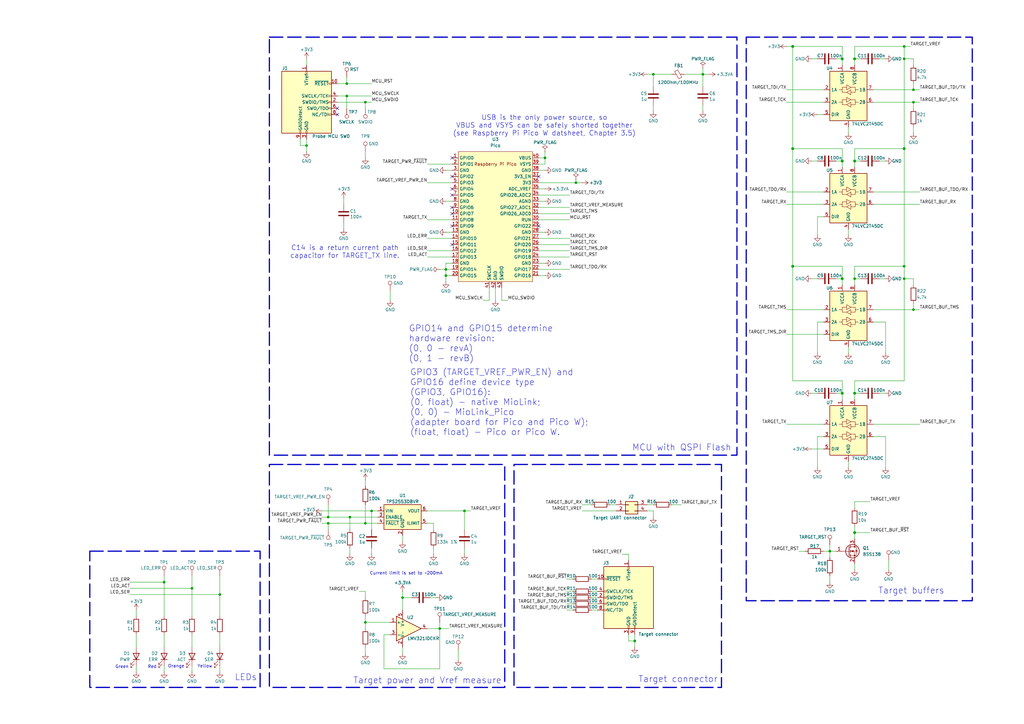
<source format=kicad_sch>
(kicad_sch (version 20231120) (generator "eeschema") (generator_version "8.0")
  (paper "A3")
  (title_block (title "MioLink_Pico rev. A") (date "2024-09-12") (comment 2 "Designed by: Dmitry Rezvanov (https://github.com/Misaka0x2730)"))
  (junction (at 134.62 212.09))
  (junction (at 236.22 74.93))
  (junction (at 260.35 262.89))
  (junction (at 350.52 66.04) (diameter 1.016))
  (junction (at 350.52 24.13) (diameter 1.016))
  (junction (at 374.65 41.91))
  (junction (at 267.97 30.48))
  (junction (at 125.73 59.69))
  (junction (at 149.86 255.27))
  (junction (at 350.52 161.29) (diameter 1.016))
  (junction (at 190.5 209.55))
  (junction (at 67.31 238.76))
  (junction (at 370.84 109.22))
  (junction (at 374.65 127))
  (junction (at 142.24 39.37))
  (junction (at 345.44 114.3) (diameter 1.016))
  (junction (at 180.34 257.81))
  (junction (at 345.44 66.04) (diameter 1.016))
  (junction (at 143.51 212.09))
  (junction (at 78.74 241.3))
  (junction (at 325.12 109.22) (diameter 1.016))
  (junction (at 134.62 214.63))
  (junction (at 374.65 36.83))
  (junction (at 370.84 114.3))
  (junction (at 90.17 243.84))
  (junction (at 223.52 64.77))
  (junction (at 182.88 110.49))
  (junction (at 182.88 113.03))
  (junction (at 340.36 226.06))
  (junction (at 370.84 24.13))
  (junction (at 325.12 19.05) (diameter 1.016))
  (junction (at 325.12 60.96) (diameter 1.016))
  (junction (at 350.52 114.3))
  (junction (at 345.44 24.13) (diameter 1.016))
  (junction (at 165.1 245.11))
  (junction (at 142.24 34.29))
  (junction (at 370.84 60.96) (diameter 1.016))
  (junction (at 370.84 19.05))
  (junction (at 149.86 41.91))
  (junction (at 345.44 161.29) (diameter 1.016))
  (junction (at 288.29 30.48))
  (junction (at 350.52 218.44) (diameter 1.016))
  (junction (at 152.4 209.55))
  (junction (at 149.86 214.63))
  (no_connect (at 185.42 72.39))
  (no_connect (at 185.42 87.63))
  (no_connect (at 138.43 46.99))
  (no_connect (at 185.42 100.33))
  (no_connect (at 185.42 80.01))
  (no_connect (at 220.98 92.71))
  (no_connect (at 138.43 44.45))
  (no_connect (at 220.98 72.39))
  (no_connect (at 185.42 64.77))
  (no_connect (at 185.42 85.09))
  (no_connect (at 185.42 92.71))
  (no_connect (at 185.42 77.47))
  (wire (pts (xy 358.14 179.07) (xy 363.22 179.07)))
  (wire (pts (xy 182.88 69.85) (xy 185.42 69.85)))
  (wire (pts (xy 322.58 137.16) (xy 337.82 137.16)))
  (wire (pts (xy 160.02 260.35) (xy 157.48 260.35)))
  (wire (pts (xy 175.26 209.55) (xy 190.5 209.55)))
  (wire (pts (xy 280.67 30.48) (xy 288.29 30.48)))
  (wire (pts (xy 337.82 226.06) (xy 340.36 226.06)))
  (wire (pts (xy 180.34 257.81) (xy 184.15 257.81)))
  (wire (pts (xy 182.88 95.25) (xy 185.42 95.25)))
  (wire (pts (xy 223.52 64.77) (xy 220.98 64.77)))
  (wire (pts (xy 345.44 60.96) (xy 325.12 60.96)))
  (wire (pts (xy 236.22 74.93) (xy 238.76 74.93)))
  (wire (pts (xy 335.28 46.99) (xy 337.82 46.99)))
  (wire (pts (xy 325.12 156.21) (xy 345.44 156.21)))
  (wire (pts (xy 345.44 109.22) (xy 345.44 114.3)))
  (wire (pts (xy 337.82 179.07) (xy 335.28 179.07)))
  (wire (pts (xy 220.98 100.33) (xy 233.68 100.33)))
  (wire (pts (xy 358.14 132.08) (xy 363.22 132.08)))
  (wire (pts (xy 149.86 196.85) (xy 149.86 199.39)))
  (wire (pts (xy 353.06 161.29) (xy 350.52 161.29)))
  (wire (pts (xy 342.9 161.29) (xy 345.44 161.29)))
  (wire (pts (xy 245.11 245.11) (xy 242.57 245.11)))
  (wire (pts (xy 370.84 114.3) (xy 370.84 156.21)))
  (wire (pts (xy 374.65 26.67) (xy 374.65 24.13)))
  (wire (pts (xy 265.43 30.48) (xy 267.97 30.48)))
  (wire (pts (xy 233.68 90.17) (xy 220.98 90.17)))
  (wire (pts (xy 337.82 36.83) (xy 322.58 36.83)))
  (wire (pts (xy 350.52 109.22) (xy 370.84 109.22)))
  (wire (pts (xy 342.9 66.04) (xy 345.44 66.04)))
  (wire (pts (xy 220.98 102.87) (xy 233.68 102.87)))
  (wire (pts (xy 345.44 114.3) (xy 345.44 116.84)))
  (wire (pts (xy 220.98 113.03) (xy 223.52 113.03)))
  (wire (pts (xy 340.36 223.52) (xy 340.36 226.06)))
  (wire (pts (xy 185.42 107.95) (xy 182.88 107.95)))
  (wire (pts (xy 350.52 19.05) (xy 350.52 24.13)))
  (wire (pts (xy 288.29 30.48) (xy 288.29 35.56)))
  (wire (pts (xy 350.52 66.04) (xy 350.52 60.96)))
  (wire (pts (xy 157.48 260.35) (xy 157.48 274.32)))
  (wire (pts (xy 220.98 107.95) (xy 223.52 107.95)))
  (wire (pts (xy 260.35 262.89) (xy 257.81 262.89)))
  (wire (pts (xy 185.42 110.49) (xy 182.88 110.49)))
  (wire (pts (xy 149.86 242.57) (xy 149.86 245.11)))
  (wire (pts (xy 142.24 39.37) (xy 142.24 44.45)))
  (wire (pts (xy 335.28 179.07) (xy 335.28 191.77)))
  (wire (pts (xy 234.95 247.65) (xy 232.41 247.65)))
  (wire (pts (xy 370.84 156.21) (xy 350.52 156.21)))
  (wire (pts (xy 370.84 109.22) (xy 370.84 114.3)))
  (wire (pts (xy 234.95 245.11) (xy 232.41 245.11)))
  (wire (pts (xy 250.19 207.01) (xy 252.73 207.01)))
  (wire (pts (xy 335.28 66.04) (xy 332.74 66.04)))
  (wire (pts (xy 350.52 215.9) (xy 350.52 218.44)))
  (wire (pts (xy 138.43 39.37) (xy 142.24 39.37)))
  (wire (pts (xy 325.12 109.22) (xy 345.44 109.22)))
  (wire (pts (xy 200.66 118.11) (xy 200.66 123.19)))
  (wire (pts (xy 335.28 161.29) (xy 332.74 161.29)))
  (wire (pts (xy 138.43 34.29) (xy 142.24 34.29)))
  (wire (pts (xy 267.97 30.48) (xy 275.59 30.48)))
  (wire (pts (xy 125.73 59.69) (xy 125.73 62.23)))
  (wire (pts (xy 182.88 113.03) (xy 182.88 115.57)))
  (wire (pts (xy 175.26 257.81) (xy 180.34 257.81)))
  (wire (pts (xy 267.97 30.48) (xy 267.97 35.56)))
  (wire (pts (xy 267.97 209.55) (xy 265.43 209.55)))
  (wire (pts (xy 220.98 105.41) (xy 233.68 105.41)))
  (wire (pts (xy 149.86 255.27) (xy 149.86 257.81)))
  (wire (pts (xy 374.65 36.83) (xy 377.19 36.83)))
  (wire (pts (xy 350.52 161.29) (xy 350.52 163.83)))
  (wire (pts (xy 90.17 243.84) (xy 90.17 252.73)))
  (wire (pts (xy 353.06 114.3) (xy 350.52 114.3)))
  (wire (pts (xy 205.74 123.19) (xy 208.28 123.19)))
  (wire (pts (xy 152.4 224.79) (xy 152.4 227.33)))
  (wire (pts (xy 345.44 66.04) (xy 345.44 60.96)))
  (wire (pts (xy 165.1 245.11) (xy 168.91 245.11)))
  (wire (pts (xy 374.65 116.84) (xy 374.65 114.3)))
  (wire (pts (xy 182.88 107.95) (xy 182.88 110.49)))
  (wire (pts (xy 350.52 205.74) (xy 356.87 205.74)))
  (wire (pts (xy 322.58 41.91) (xy 337.82 41.91)))
  (wire (pts (xy 322.58 78.74) (xy 337.82 78.74)))
  (wire (pts (xy 374.65 41.91) (xy 374.65 44.45)))
  (wire (pts (xy 265.43 207.01) (xy 267.97 207.01)))
  (wire (pts (xy 220.98 97.79) (xy 233.68 97.79)))
  (wire (pts (xy 335.28 114.3) (xy 332.74 114.3)))
  (wire (pts (xy 143.51 212.09) (xy 154.94 212.09)))
  (wire (pts (xy 67.31 238.76) (xy 67.31 252.73)))
  (wire (pts (xy 187.96 266.7) (xy 187.96 270.51)))
  (wire (pts (xy 350.52 231.14) (xy 350.52 233.68)))
  (wire (pts (xy 325.12 60.96) (xy 325.12 19.05)))
  (wire (pts (xy 123.19 57.15) (xy 123.19 59.69)))
  (wire (pts (xy 245.11 242.57) (xy 242.57 242.57)))
  (wire (pts (xy 78.74 273.05) (xy 78.74 275.59)))
  (wire (pts (xy 147.32 242.57) (xy 149.86 242.57)))
  (wire (pts (xy 267.97 209.55) (xy 267.97 212.09)))
  (wire (pts (xy 55.88 250.19) (xy 55.88 252.73)))
  (wire (pts (xy 347.98 96.52) (xy 347.98 93.98)))
  (wire (pts (xy 149.86 207.01) (xy 149.86 214.63)))
  (wire (pts (xy 190.5 209.55) (xy 193.04 209.55)))
  (wire (pts (xy 190.5 224.79) (xy 190.5 227.33)))
  (wire (pts (xy 350.52 156.21) (xy 350.52 161.29)))
  (wire (pts (xy 149.86 252.73) (xy 149.86 255.27)))
  (wire (pts (xy 165.1 242.57) (xy 165.1 245.11)))
  (wire (pts (xy 149.86 41.91) (xy 152.4 41.91)))
  (wire (pts (xy 345.44 66.04) (xy 345.44 68.58)))
  (wire (pts (xy 123.19 59.69) (xy 125.73 59.69)))
  (wire (pts (xy 322.58 83.82) (xy 337.82 83.82)))
  (wire (pts (xy 78.74 260.35) (xy 78.74 265.43)))
  (wire (pts (xy 180.34 274.32) (xy 180.34 257.81)))
  (wire (pts (xy 138.43 41.91) (xy 149.86 41.91)))
  (wire (pts (xy 152.4 209.55) (xy 152.4 217.17)))
  (wire (pts (xy 374.65 34.29) (xy 374.65 36.83)))
  (wire (pts (xy 340.36 236.22) (xy 340.36 238.76)))
  (wire (pts (xy 370.84 24.13) (xy 370.84 19.05)))
  (wire (pts (xy 337.82 88.9) (xy 335.28 88.9)))
  (wire (pts (xy 350.52 218.44) (xy 350.52 220.98)))
  (wire (pts (xy 288.29 43.18) (xy 288.29 45.72)))
  (wire (pts (xy 325.12 60.96) (xy 325.12 109.22)))
  (wire (pts (xy 90.17 236.22) (xy 90.17 243.84)))
  (wire (pts (xy 220.98 69.85) (xy 223.52 69.85)))
  (wire (pts (xy 220.98 74.93) (xy 236.22 74.93)))
  (wire (pts (xy 234.95 250.19) (xy 232.41 250.19)))
  (wire (pts (xy 337.82 132.08) (xy 335.28 132.08)))
  (wire (pts (xy 143.51 224.79) (xy 143.51 227.33)))
  (wire (pts (xy 238.76 207.01) (xy 242.57 207.01)))
  (wire (pts (xy 55.88 260.35) (xy 55.88 265.43)))
  (wire (pts (xy 165.1 219.71) (xy 165.1 222.25)))
  (wire (pts (xy 236.22 73.66) (xy 236.22 74.93)))
  (wire (pts (xy 322.58 127) (xy 337.82 127)))
  (wire (pts (xy 374.65 41.91) (xy 377.19 41.91)))
  (wire (pts (xy 358.14 173.99) (xy 377.19 173.99)))
  (wire (pts (xy 53.34 243.84) (xy 90.17 243.84)))
  (wire (pts (xy 157.48 274.32) (xy 180.34 274.32)))
  (wire (pts (xy 234.95 242.57) (xy 232.41 242.57)))
  (wire (pts (xy 325.12 109.22) (xy 325.12 156.21)))
  (wire (pts (xy 149.86 41.91) (xy 149.86 44.45)))
  (wire (pts (xy 175.26 74.93) (xy 185.42 74.93)))
  (wire (pts (xy 149.86 214.63) (xy 154.94 214.63)))
  (wire (pts (xy 220.98 110.49) (xy 233.68 110.49)))
  (wire (pts (xy 288.29 30.48) (xy 290.83 30.48)))
  (wire (pts (xy 350.52 60.96) (xy 370.84 60.96)))
  (wire (pts (xy 234.95 237.49) (xy 232.41 237.49)))
  (wire (pts (xy 370.84 19.05) (xy 350.52 19.05)))
  (wire (pts (xy 134.62 212.09) (xy 143.51 212.09)))
  (wire (pts (xy 134.62 207.01) (xy 134.62 212.09)))
  (wire (pts (xy 182.88 82.55) (xy 185.42 82.55)))
  (wire (pts (xy 165.1 245.11) (xy 165.1 250.19)))
  (wire (pts (xy 134.62 214.63) (xy 134.62 217.17)))
  (wire (pts (xy 345.44 19.05) (xy 345.44 24.13)))
  (wire (pts (xy 350.52 218.44) (xy 356.87 218.44)))
  (wire (pts (xy 370.84 24.13) (xy 374.65 24.13)))
  (wire (pts (xy 374.65 124.46) (xy 374.65 127)))
  (wire (pts (xy 358.14 83.82) (xy 377.19 83.82)))
  (wire (pts (xy 90.17 273.05) (xy 90.17 275.59)))
  (wire (pts (xy 180.34 110.49) (xy 182.88 110.49)))
  (wire (pts (xy 175.26 102.87) (xy 185.42 102.87)))
  (wire (pts (xy 182.88 113.03) (xy 185.42 113.03)))
  (wire (pts (xy 363.22 179.07) (xy 363.22 191.77)))
  (wire (pts (xy 370.84 60.96) (xy 370.84 24.13)))
  (wire (pts (xy 205.74 118.11) (xy 205.74 123.19)))
  (wire (pts (xy 358.14 41.91) (xy 374.65 41.91)))
  (wire (pts (xy 177.8 214.63) (xy 177.8 217.17)))
  (wire (pts (xy 90.17 260.35) (xy 90.17 265.43)))
  (wire (pts (xy 55.88 273.05) (xy 55.88 275.59)))
  (wire (pts (xy 198.12 123.19) (xy 200.66 123.19)))
  (wire (pts (xy 142.24 31.75) (xy 142.24 34.29)))
  (wire (pts (xy 220.98 67.31) (xy 223.52 67.31)))
  (wire (pts (xy 322.58 19.05) (xy 325.12 19.05)))
  (wire (pts (xy 134.62 214.63) (xy 149.86 214.63)))
  (wire (pts (xy 175.26 90.17) (xy 185.42 90.17)))
  (wire (pts (xy 142.24 39.37) (xy 152.4 39.37)))
  (wire (pts (xy 132.08 212.09) (xy 134.62 212.09)))
  (wire (pts (xy 220.98 77.47) (xy 223.52 77.47)))
  (wire (pts (xy 78.74 241.3) (xy 78.74 252.73)))
  (wire (pts (xy 176.53 245.11) (xy 179.07 245.11)))
  (wire (pts (xy 149.86 255.27) (xy 160.02 255.27)))
  (wire (pts (xy 288.29 27.94) (xy 288.29 30.48)))
  (wire (pts (xy 175.26 67.31) (xy 185.42 67.31)))
  (wire (pts (xy 182.88 110.49) (xy 182.88 113.03)))
  (wire (pts (xy 220.98 82.55) (xy 223.52 82.55)))
  (wire (pts (xy 238.76 209.55) (xy 252.73 209.55)))
  (wire (pts (xy 358.14 36.83) (xy 374.65 36.83)))
  (wire (pts (xy 370.84 60.96) (xy 370.84 109.22)))
  (wire (pts (xy 143.51 212.09) (xy 143.51 217.17)))
  (wire (pts (xy 345.44 161.29) (xy 345.44 163.83)))
  (wire (pts (xy 325.12 19.05) (xy 345.44 19.05)))
  (wire (pts (xy 53.34 241.3) (xy 78.74 241.3)))
  (wire (pts (xy 180.34 255.27) (xy 180.34 257.81)))
  (wire (pts (xy 245.11 247.65) (xy 242.57 247.65)))
  (wire (pts (xy 53.34 238.76) (xy 67.31 238.76)))
  (wire (pts (xy 358.14 127) (xy 374.65 127)))
  (wire (pts (xy 220.98 85.09) (xy 233.68 85.09)))
  (wire (pts (xy 165.1 265.43) (xy 165.1 267.97)))
  (wire (pts (xy 370.84 19.05) (xy 373.38 19.05)))
  (wire (pts (xy 347.98 54.61) (xy 347.98 52.07)))
  (wire (pts (xy 350.52 114.3) (xy 350.52 116.84)))
  (wire (pts (xy 322.58 173.99) (xy 337.82 173.99)))
  (wire (pts (xy 350.52 109.22) (xy 350.52 114.3)))
  (wire (pts (xy 350.52 205.74) (xy 350.52 208.28)))
  (wire (pts (xy 160.02 119.38) (xy 160.02 123.19)))
  (wire (pts (xy 260.35 260.35) (xy 260.35 262.89)))
  (wire (pts (xy 335.28 96.52) (xy 335.28 88.9)))
  (wire (pts (xy 363.22 132.08) (xy 363.22 144.78)))
  (wire (pts (xy 67.31 260.35) (xy 67.31 265.43)))
  (wire (pts (xy 140.97 81.28) (xy 140.97 83.82)))
  (wire (pts (xy 340.36 228.6) (xy 340.36 226.06)))
  (wire (pts (xy 337.82 184.15) (xy 332.74 184.15)))
  (wire (pts (xy 257.81 227.33) (xy 255.27 227.33)))
  (wire (pts (xy 347.98 144.78) (xy 347.98 142.24)))
  (wire (pts (xy 350.52 24.13) (xy 350.52 26.67)))
  (wire (pts (xy 374.65 127) (xy 377.19 127)))
  (wire (pts (xy 342.9 24.13) (xy 345.44 24.13)))
  (wire (pts (xy 142.24 34.29) (xy 152.4 34.29)))
  (wire (pts (xy 353.06 66.04) (xy 350.52 66.04)))
  (wire (pts (xy 220.98 80.01) (xy 233.68 80.01)))
  (wire (pts (xy 132.08 209.55) (xy 152.4 209.55)))
  (wire (pts (xy 177.8 224.79) (xy 177.8 227.33)))
  (wire (pts (xy 125.73 24.13) (xy 125.73 26.67)))
  (wire (pts (xy 257.81 229.87) (xy 257.81 227.33)))
  (wire (pts (xy 175.26 97.79) (xy 185.42 97.79)))
  (wire (pts (xy 78.74 236.22) (xy 78.74 241.3)))
  (wire (pts (xy 245.11 250.19) (xy 242.57 250.19)))
  (wire (pts (xy 260.35 262.89) (xy 260.35 265.43)))
  (wire (pts (xy 140.97 91.44) (xy 140.97 93.98)))
  (wire (pts (xy 335.28 24.13) (xy 332.74 24.13)))
  (wire (pts (xy 335.28 132.08) (xy 335.28 144.78)))
  (wire (pts (xy 358.14 78.74) (xy 377.19 78.74)))
  (wire (pts (xy 190.5 209.55) (xy 190.5 217.17)))
  (wire (pts (xy 360.68 161.29) (xy 363.22 161.29)))
  (wire (pts (xy 220.98 95.25) (xy 223.52 95.25)))
  (wire (pts (xy 350.52 66.04) (xy 350.52 68.58)))
  (wire (pts (xy 360.68 24.13) (xy 363.22 24.13)))
  (wire (pts (xy 220.98 87.63) (xy 233.68 87.63)))
  (wire (pts (xy 175.26 105.41) (xy 185.42 105.41)))
  (wire (pts (xy 340.36 226.06) (xy 342.9 226.06)))
  (wire (pts (xy 149.86 62.23) (xy 149.86 64.77)))
  (wire (pts (xy 345.44 156.21) (xy 345.44 161.29)))
  (wire (pts (xy 257.81 260.35) (xy 257.81 262.89)))
  (wire (pts (xy 370.84 114.3) (xy 374.65 114.3)))
  (wire (pts (xy 374.65 52.07) (xy 374.65 54.61)))
  (wire (pts (xy 360.68 66.04) (xy 363.22 66.04)))
  (wire (pts (xy 152.4 209.55) (xy 154.94 209.55)))
  (wire (pts (xy 125.73 57.15) (xy 125.73 59.69)))
  (wire (pts (xy 347.98 191.77) (xy 347.98 189.23)))
  (wire (pts (xy 327.66 226.06) (xy 330.2 226.06)))
  (wire (pts (xy 223.52 67.31) (xy 223.52 64.77)))
  (wire (pts (xy 364.49 229.87) (xy 364.49 233.68)))
  (wire (pts (xy 353.06 24.13) (xy 350.52 24.13)))
  (wire (pts (xy 132.08 214.63) (xy 134.62 214.63)))
  (wire (pts (xy 67.31 273.05) (xy 67.31 275.59)))
  (wire (pts (xy 275.59 207.01) (xy 279.4 207.01)))
  (wire (pts (xy 177.8 214.63) (xy 175.26 214.63)))
  (wire (pts (xy 345.44 24.13) (xy 345.44 26.67)))
  (wire (pts (xy 223.52 62.23) (xy 223.52 64.77)))
  (wire (pts (xy 360.68 114.3) (xy 363.22 114.3)))
  (wire (pts (xy 67.31 236.22) (xy 67.31 238.76)))
  (wire (pts (xy 149.86 265.43) (xy 149.86 267.97)))
  (wire (pts (xy 245.11 237.49) (xy 242.57 237.49)))
  (wire (pts (xy 203.2 118.11) (xy 203.2 123.19)))
  (wire (pts (xy 342.9 114.3) (xy 345.44 114.3)))
  (wire (pts (xy 267.97 43.18) (xy 267.97 45.72)))
  (rectangle (start 210.82 190.5) (end 295.91 281.94) (stroke (width 0.5) (type dash)))
  (rectangle (start 36.83 226.06) (end 106.68 281.94) (stroke (width 0.5) (type dash)))
  (rectangle (start 110.49 190.5) (end 207.01 281.94) (stroke (width 0.5) (type dash)))
  (rectangle (start 306.07 15.24) (end 398.78 246.38) (stroke (width 0.5) (type dash)))
  (rectangle (start 110.49 15.24) (end 302.26 186.69) (stroke (width 0.5) (type dash)))
  (text "Red" (at 64.262 274.32 0) (effects (font (size 1.27 1.27)) (justify right bottom)))
  (text "Target buffers" (at 387.35 243.84 0) (effects (font (size 2.54 2.54)) (justify right bottom)))
  (text "Current limit is set to ~200mA" (at 151.638 235.966 0) (effects (font (size 1.27 1.27)) (justify left bottom)))
  (text "GPIO3 (TARGET_VREF_PWR_EN) and\nGPIO16 define device type\n(GPIO3, GPIO16):\n(0, float) - native MioLink;\n(0, 0) - MioLink_Pico\n(adapter board for Pico and Pico W);\n(float, float) - Pico or Pico W." (at 168.148 165.1 0) (effects (font (size 2.54 2.54)) (justify left)))
  (text "Yellow" (at 87.122 274.066 0) (effects (font (size 1.27 1.27)) (justify right bottom)))
  (text "MCU with QSPI Flash" (at 299.974 185.166 0) (effects (font (size 2.54 2.54)) (justify right bottom)))
  (text "Green" (at 52.832 274.32 0) (effects (font (size 1.27 1.27)) (justify right bottom)))
  (text "GPIO14 and GPIO15 determine\nhardware revision:\n(0, 0 - revA)\n(0, 1 - revB)" (at 167.64 140.97 0) (effects (font (size 2.54 2.54)) (justify left)))
  (text "Target power and Vref measure" (at 205.74 280.67 0) (effects (font (size 2.54 2.54)) (justify right bottom)))
  (text "Orange" (at 75.692 274.066 0) (effects (font (size 1.27 1.27)) (justify right bottom)))
  (text "Target connector" (at 294.386 280.162 0) (effects (font (size 2.54 2.54)) (justify right bottom)))
  (text "LEDs" (at 105.41 279.4 0) (effects (font (size 2.54 2.54)) (justify right bottom)))
  (text "C14 is a return current path\ncapacitor for TARGET_TX line." (at 141.478 103.378 0) (effects (font (size 2 2))))
  (text "USB is the only power source, so\nVBUS and VSYS can be safely shorted together\n(see Raspberry Pi Pico W datsheet, Chapter 3.5)" (at 223.266 51.562 0) (effects (font (size 2 2))))
  (label "TARGET_TCK" (at 322.58 41.91 180))
  (label "TARGET_BUF_TDO{slash}RX" (at 232.41 247.65 180))
  (label "TARGET_RX" (at 233.68 97.79 0))
  (label "TARGET_TDO{slash}RX" (at 233.68 110.49 0))
  (label "TARGET_PWR_~{FAULT}" (at 175.26 67.31 180))
  (label "MCU_RST" (at 152.4 34.29 0))
  (label "TARGET_RST" (at 233.68 105.41 0))
  (label "TARGET_TDI{slash}TX" (at 233.68 80.01 0))
  (label "TARGET_VREF" (at 373.38 19.05 0))
  (label "TARGET_BUF_TCK" (at 377.19 41.91 0))
  (label "TARGET_VREF" (at 255.27 227.33 180))
  (label "MCU_SWCLK" (at 152.4 39.37 0))
  (label "TARGET_BUF_RX" (at 238.76 207.01 180))
  (label "TARGET_BUF_TX" (at 279.4 207.01 0))
  (label "LED_SER" (at 53.34 243.84 180))
  (label "TARGET_RST" (at 327.66 226.06 180))
  (label "TARGET_BUF_TMS" (at 232.41 245.11 180))
  (label "TARGET_BUF_~{RST}" (at 356.87 218.44 0))
  (label "TARGET_BUF_~{RST}" (at 232.41 237.49 180))
  (label "TARGET_BUF_TX" (at 377.19 173.99 0))
  (label "TARGET_BUF_TCK" (at 232.41 242.57 180))
  (label "TARGET_VREF" (at 193.04 209.55 0))
  (label "TARGET_TX" (at 322.58 173.99 180))
  (label "TARGET_BUF_TMS" (at 377.19 127 0))
  (label "LED_ERR" (at 53.34 238.76 180))
  (label "TARGET_TMS" (at 233.68 87.63 0))
  (label "TARGET_VREF_PWR_EN" (at 175.26 74.93 180))
  (label "TARGET_VREF_PWR_EN" (at 132.08 212.09 180))
  (label "TARGET_TMS_DIR" (at 322.58 137.16 180))
  (label "LED_ACT" (at 175.26 105.41 180))
  (label "TARGET_VREF_MEASURE" (at 233.68 85.09 0))
  (label "MCU_SWCLK" (at 198.12 123.19 180))
  (label "TARGET_VREF_MEASURE" (at 184.15 257.81 0))
  (label "TARGET_PWR_~{FAULT}" (at 132.08 214.63 180))
  (label "TARGET_VREF" (at 238.76 209.55 180))
  (label "TARGET_TCK" (at 233.68 100.33 0))
  (label "TARGET_VREF" (at 356.87 205.74 0))
  (label "TARGET_VREF" (at 147.32 242.57 180))
  (label "TARGET_TX" (at 175.26 90.17 180))
  (label "LED_ERR" (at 175.26 97.79 180))
  (label "TARGET_RX" (at 322.58 83.82 180))
  (label "MCU_SWDIO" (at 208.28 123.19 0))
  (label "TARGET_BUF_TDI{slash}TX" (at 232.41 250.19 180))
  (label "TARGET_BUF_RX" (at 377.19 83.82 0))
  (label "LED_ACT" (at 53.34 241.3 180))
  (label "LED_SER" (at 175.26 102.87 180))
  (label "TARGET_BUF_TDI{slash}TX" (at 377.19 36.83 0))
  (label "MCU_RST" (at 233.68 90.17 0))
  (label "TARGET_TDO{slash}RX" (at 322.58 78.74 180))
  (label "TARGET_TMS_DIR" (at 233.68 102.87 0))
  (label "MCU_SWDIO" (at 152.4 41.91 0))
  (label "TARGET_TMS" (at 322.58 127 180))
  (label "TARGET_TDI{slash}TX" (at 322.58 36.83 180))
  (label "TARGET_BUF_TDO{slash}RX" (at 377.19 78.74 0))
  (symbol (lib_id "power:+3V3") (at 140.97 81.28 0) (unit 1)
    (property "Reference" "#PWR09" (effects (hide yes)))
    (property "Value" "+3V3" (at 140.97 77.47 0))
    (property "Description" "Power symbol creates a global label with name \"+3V3\"" (effects (hide yes)))
  )
  (symbol (lib_id "Device:R") (at 374.65 120.65 0) (mirror y) (unit 1)
    (property "Reference" "R22" (at 375.92 119.38 0) (effects (justify right)))
    (property "Value" "4.7k" (at 375.92 121.92 0) (effects (justify right)))
    (property "Footprint" "Resistor_SMD:R_0402_1005Metric" (effects (hide yes)))
    (property "Description" "Resistor" (effects (hide yes)))
    (property "Part Number" "0402WGF4701TCE" (effects (hide yes)))
    (property "LCSC" "C25900" (effects (hide yes)))
  )
  (symbol (lib_id "Device:R") (at 271.78 207.01 90) (unit 1)
    (property "Reference" "R16" (at 269.24 205.74 90) (effects (justify left)))
    (property "Value" "100" (at 274.32 205.74 90) (effects (justify right)))
    (property "Footprint" "Resistor_SMD:R_0402_1005Metric" (effects (hide yes)))
    (property "Description" "Resistor" (effects (hide yes)))
    (property "Part Number" "0402WGF1000TCE" (effects (hide yes)))
    (property "LCSC" "C25076" (effects (hide yes)))
  )
  (symbol (lib_id "power:GND") (at 363.22 114.3 90) (mirror x) (unit 1)
    (property "Reference" "#PWR060" (effects (hide yes)))
    (property "Value" "GND" (at 365.76 114.3 90) (effects (justify right)))
    (property "Description" "Power symbol creates a global label with name \"GND\" , ground" (effects (hide yes)))
  )
  (symbol (lib_id "power:GND") (at 143.51 227.33 0) (mirror y) (unit 1)
    (property "Reference" "#PWR011" (effects (hide yes)))
    (property "Value" "GND" (at 143.51 231.14 0))
    (property "Description" "Power symbol creates a global label with name \"GND\" , ground" (effects (hide yes)))
  )
  (symbol (lib_id "Connector:TestPoint") (at 90.17 236.22 0) (mirror y) (unit 1)
    (property "Reference" "TP3" (at 90.17 230.632 0))
    (property "Value" "LED_SER" (at 88.9 233.68 0) (effects (justify left bottom)))
    (property "Footprint" "TestPoint:TestPoint_Pad_D1.0mm" (effects (hide yes)))
    (property "Description" "test point" (effects (hide yes)))
  )
  (symbol (lib_id "power:GND") (at 125.73 62.23 0) (unit 1)
    (property "Reference" "#PWR07" (effects (hide yes)))
    (property "Value" "GND" (at 125.73 66.04 0))
    (property "Description" "Power symbol creates a global label with name \"GND\" , ground" (effects (hide yes)))
  )
  (symbol (lib_id "power:GND") (at 347.98 144.78 0) (mirror y) (unit 1)
    (property "Reference" "#PWR055" (effects (hide yes)))
    (property "Value" "GND" (at 347.98 148.59 0))
    (property "Description" "Power symbol creates a global label with name \"GND\" , ground" (effects (hide yes)))
  )
  (symbol (lib_id "power:GND") (at 260.35 265.43 0) (mirror y) (unit 1)
    (property "Reference" "#PWR038" (effects (hide yes)))
    (property "Value" "GND" (at 260.35 269.24 0))
    (property "Description" "Power symbol creates a global label with name \"GND\" , ground" (effects (hide yes)))
  )
  (symbol (lib_id "power:GND") (at 223.52 107.95 90) (unit 1)
    (property "Reference" "#PWR033" (effects (hide yes)))
    (property "Value" "GND" (at 228.346 107.95 90))
    (property "Description" "Power symbol creates a global label with name \"GND\" , ground" (effects (hide yes)))
  )
  (symbol (lib_id "Logic_LevelTranslator:74LVC2T45DC") (at 347.98 39.37 0) (unit 1)
    (property "Reference" "U4" (at 341.63 27.94 0) (effects (justify right)))
    (property "Value" "74LVC2T45DC" (at 349.25 50.8 0) (effects (justify left)))
    (property "Footprint" "Package_SO:VSSOP-8_2.3x2mm_P0.5mm" (effects (hide yes)))
    (property "Datasheet" "https://assets.nexperia.com/documents/data-sheet/74LVC_LVCH2T45.pdf" (effects (hide yes)))
    (property "Description" "Dual supply translating transceiver, 3-state, 2-bit, VSSOP-8" (effects (hide yes)))
    (property "Part Number" "SN74LVC2T45DCU" (effects (hide yes)))
    (property "LCSC" "C22356905" (effects (hide yes)))
  )
  (symbol (lib_id "power:GND") (at 182.88 82.55 270) (unit 1)
    (property "Reference" "#PWR021" (effects (hide yes)))
    (property "Value" "GND" (at 178.054 82.55 90))
    (property "Description" "Power symbol creates a global label with name \"GND\" , ground" (effects (hide yes)))
  )
  (symbol (lib_id "Device:C") (at 356.87 66.04 270) (unit 1)
    (property "Reference" "C12" (at 355.6 64.77 90) (effects (justify right)))
    (property "Value" "100n" (at 358.14 64.77 90) (effects (justify left)))
    (property "Footprint" "Capacitor_SMD:C_0402_1005Metric" (effects (hide yes)))
    (property "Description" "Unpolarized capacitor" (effects (hide yes)))
    (property "Part Number" "CL05B104KO5NNNC" (effects (hide yes)))
    (property "LCSC" "C1525" (effects (hide yes)))
  )
  (symbol (lib_id "Device:C") (at 140.97 87.63 0) (mirror x) (unit 1)
    (property "Reference" "C1" (at 143.51 86.614 0) (effects (justify left)))
    (property "Value" "100n" (at 143.51 88.9 0) (effects (justify left)))
    (property "Footprint" "Capacitor_SMD:C_0402_1005Metric" (effects (hide yes)))
    (property "Description" "Unpolarized capacitor" (effects (hide yes)))
    (property "Part Number" "CL05B104KO5NNNC" (effects (hide yes)))
    (property "LCSC" "C1525" (effects (hide yes)))
  )
  (symbol (lib_id "power:+3.3VA") (at 290.83 30.48 270) (unit 1)
    (property "Reference" "#PWR041" (effects (hide yes)))
    (property "Value" "+3.3VA" (at 297.18 30.48 90))
    (property "Description" "Power symbol creates a global label with name \"+3.3VA\"" (effects (hide yes)))
  )
  (symbol (lib_id "MIC20x9:TPS2553DBVR") (at 165.1 212.09 0) (unit 1)
    (property "Reference" "U1" (at 165.1 203.2 0))
    (property "Value" "TPS2553DBVR" (at 165.1 205.74 0))
    (property "Footprint" "Package_TO_SOT_SMD:SOT-23-6" (effects (hide yes)))
    (property "Datasheet" "https://www.ti.com/lit/ds/symlink/tps2553.pdf" (effects (hide yes)))
    (property "Description" "Single-channel, high side, power distribution switch, 1.9V-5.5V, 0.2-2.0A, SOT-23-6" (effects (hide yes)))
    (property "Part Number" "TPS2553DBV" (effects (hide yes)))
    (property "LCSC" "C55266" (effects (hide yes)))
  )
  (symbol (lib_id "power:+3V3") (at 55.88 250.19 0) (unit 1)
    (property "Reference" "#PWR01" (effects (hide yes)))
    (property "Value" "+3V3" (at 55.88 246.634 0))
    (property "Description" "Power symbol creates a global label with name \"+3V3\"" (effects (hide yes)))
  )
  (symbol (lib_id "power:+3V3") (at 332.74 184.15 90) (unit 1)
    (property "Reference" "#PWR047" (effects (hide yes)))
    (property "Value" "+3V3" (at 330.2 184.15 90) (effects (justify left)))
    (property "Description" "Power symbol creates a global label with name \"+3V3\"" (effects (hide yes)))
  )
  (symbol (lib_id "power:GND") (at 177.8 227.33 0) (mirror y) (unit 1)
    (property "Reference" "#PWR024" (effects (hide yes)))
    (property "Value" "GND" (at 177.8 231.14 0))
    (property "Description" "Power symbol creates a global label with name \"GND\" , ground" (effects (hide yes)))
  )
  (symbol (lib_id "power:GND") (at 223.52 69.85 90) (unit 1)
    (property "Reference" "#PWR029" (effects (hide yes)))
    (property "Value" "GND" (at 228.346 69.85 90))
    (property "Description" "Power symbol creates a global label with name \"GND\" , ground" (effects (hide yes)))
  )
  (symbol (lib_id "power:GND") (at 364.49 233.68 0) (mirror y) (unit 1)
    (property "Reference" "#PWR064" (effects (hide yes)))
    (property "Value" "GND" (at 364.49 237.49 0))
    (property "Description" "Power symbol creates a global label with name \"GND\" , ground" (effects (hide yes)))
  )
  (symbol (lib_id "power:GND") (at 332.74 66.04 270) (mirror x) (unit 1)
    (property "Reference" "#PWR044" (effects (hide yes)))
    (property "Value" "GND" (at 330.2 66.04 90) (effects (justify right)))
    (property "Description" "Power symbol creates a global label with name \"GND\" , ground" (effects (hide yes)))
  )
  (symbol (lib_id "Device:R") (at 238.76 245.11 90) (unit 1)
    (property "Reference" "R12" (at 236.22 243.84 90) (effects (justify left)))
    (property "Value" "100" (at 241.3 243.84 90) (effects (justify right)))
    (property "Footprint" "Resistor_SMD:R_0402_1005Metric" (effects (hide yes)))
    (property "Description" "Resistor" (effects (hide yes)))
    (property "Part Number" "0402WGF1000TCE" (effects (hide yes)))
    (property "LCSC" "C25076" (effects (hide yes)))
  )
  (symbol (lib_id "power:+3V3") (at 335.28 46.99 90) (unit 1)
    (property "Reference" "#PWR048" (effects (hide yes)))
    (property "Value" "+3V3" (at 332.74 46.99 90) (effects (justify left)))
    (property "Description" "Power symbol creates a global label with name \"+3V3\"" (effects (hide yes)))
  )
  (symbol (lib_id "power:GND") (at 152.4 227.33 0) (mirror y) (unit 1)
    (property "Reference" "#PWR016" (effects (hide yes)))
    (property "Value" "GND" (at 152.4 231.14 0))
    (property "Description" "Power symbol creates a global label with name \"GND\" , ground" (effects (hide yes)))
  )
  (symbol (lib_id "power:GND") (at 363.22 144.78 0) (mirror y) (unit 1)
    (property "Reference" "#PWR061" (effects (hide yes)))
    (property "Value" "GND" (at 363.22 148.59 0))
    (property "Description" "Power symbol creates a global label with name \"GND\" , ground" (effects (hide yes)))
  )
  (symbol (lib_id "Device:R") (at 149.86 261.62 0) (unit 1)
    (property "Reference" "R8" (at 151.13 260.35 0) (effects (justify left)))
    (property "Value" "100k" (at 151.13 262.89 0) (effects (justify left)))
    (property "Footprint" "Resistor_SMD:R_0402_1005Metric" (effects (hide yes)))
    (property "Description" "Resistor" (effects (hide yes)))
    (property "Part Number" "0402WGF1003TCE" (effects (hide yes)))
    (property "LCSC" "C25741" (effects (hide yes)))
  )
  (symbol (lib_id "Connector:TestPoint") (at 78.74 236.22 0) (mirror y) (unit 1)
    (property "Reference" "TP2" (at 78.74 230.632 0))
    (property "Value" "LED_ACT" (at 77.724 233.68 0) (effects (justify left bottom)))
    (property "Footprint" "TestPoint:TestPoint_Pad_D1.0mm" (effects (hide yes)))
    (property "Description" "test point" (effects (hide yes)))
  )
  (symbol (lib_id "power:GND") (at 267.97 45.72 0) (unit 1)
    (property "Reference" "#PWR037" (effects (hide yes)))
    (property "Value" "GND" (at 267.97 49.53 0))
    (property "Description" "Power symbol creates a global label with name \"GND\" , ground" (effects (hide yes)))
  )
  (symbol (lib_id "Device:C") (at 356.87 114.3 270) (unit 1)
    (property "Reference" "C13" (at 355.6 113.03 90) (effects (justify right)))
    (property "Value" "100n" (at 358.14 113.03 90) (effects (justify left)))
    (property "Footprint" "Capacitor_SMD:C_0402_1005Metric" (effects (hide yes)))
    (property "Description" "Unpolarized capacitor" (effects (hide yes)))
    (property "Part Number" "CL05B104KO5NNNC" (effects (hide yes)))
    (property "LCSC" "C1525" (effects (hide yes)))
  )
  (symbol (lib_id "power:GND") (at 223.52 113.03 90) (unit 1)
    (property "Reference" "#PWR034" (effects (hide yes)))
    (property "Value" "GND" (at 226.314 113.03 90) (effects (justify right)))
    (property "Description" "Power symbol creates a global label with name \"GND\" , ground" (effects (hide yes)))
  )
  (symbol (lib_id "power:GND") (at 332.74 114.3 270) (mirror x) (unit 1)
    (property "Reference" "#PWR045" (effects (hide yes)))
    (property "Value" "GND" (at 330.2 114.3 90) (effects (justify right)))
    (property "Description" "Power symbol creates a global label with name \"GND\" , ground" (effects (hide yes)))
  )
  (symbol (lib_id "power:GND") (at 223.52 95.25 90) (unit 1)
    (property "Reference" "#PWR032" (effects (hide yes)))
    (property "Value" "GND" (at 228.346 95.25 90))
    (property "Description" "Power symbol creates a global label with name \"GND\" , ground" (effects (hide yes)))
  )
  (symbol (lib_id "power:GND") (at 363.22 24.13 90) (mirror x) (unit 1)
    (property "Reference" "#PWR058" (effects (hide yes)))
    (property "Value" "GND" (at 365.76 24.13 90) (effects (justify right)))
    (property "Description" "Power symbol creates a global label with name \"GND\" , ground" (effects (hide yes)))
  )
  (symbol (lib_id "power:GND") (at 332.74 161.29 270) (mirror x) (unit 1)
    (property "Reference" "#PWR046" (effects (hide yes)))
    (property "Value" "GND" (at 330.2 161.29 90) (effects (justify right)))
    (property "Description" "Power symbol creates a global label with name \"GND\" , ground" (effects (hide yes)))
  )
  (symbol (lib_id "Connector:Conn_ARM_JTAG_SWD_10") (at 125.73 41.91 0) (unit 1)
    (property "Reference" "J1" (at 118.11 27.9399 0) (effects (justify right)))
    (property "Value" "Probe MCU SWD" (at 128.016 55.88 0) (effects (justify left)))
    (property "Footprint" "Connector_PinHeader_1.27mm:PinHeader_2x05_P1.27mm_Vertical_SMD" (effects (hide yes)))
    (property "Datasheet" "http://infocenter.arm.com/help/topic/com.arm.doc.ddi0314h/DDI0314H_coresight_components_trm.pdf" (effects (hide yes)))
    (property "Description" "Cortex Debug Connector, standard ARM Cortex-M SWD and JTAG interface" (effects (hide yes)))
    (property "Part Number" "20021121-00010T4LF" (effects (hide yes)))
    (property "LCSC" "C598540" (effects (hide yes)))
  )
  (symbol (lib_id "Device:R") (at 143.51 220.98 0) (mirror y) (unit 1)
    (property "Reference" "R5" (at 142.24 219.71 0) (effects (justify left)))
    (property "Value" "100k" (at 142.24 222.25 0) (effects (justify left)))
    (property "Footprint" "Resistor_SMD:R_0402_1005Metric" (effects (hide yes)))
    (property "Description" "Resistor" (effects (hide yes)))
    (property "Part Number" "0402WGF1003TCE" (effects (hide yes)))
    (property "LCSC" "C25741" (effects (hide yes)))
  )
  (symbol (lib_id "power:GND") (at 78.74 275.59 0) (unit 1)
    (property "Reference" "#PWR04" (effects (hide yes)))
    (property "Value" "GND" (at 78.74 279.4 0))
    (property "Description" "Power symbol creates a global label with name \"GND\" , ground" (effects (hide yes)))
  )
  (symbol (lib_id "power:GND") (at 149.86 267.97 0) (unit 1)
    (property "Reference" "#PWR014" (effects (hide yes)))
    (property "Value" "GND" (at 149.86 271.78 0))
    (property "Description" "Power symbol creates a global label with name \"GND\" , ground" (effects (hide yes)))
  )
  (symbol (lib_id "Transistor_FET:BSS138") (at 347.98 226.06 0) (unit 1)
    (property "Reference" "Q1" (at 353.822 224.79 0) (effects (justify left)))
    (property "Value" "BSS138" (at 353.822 227.33 0) (effects (justify left)))
    (property "Footprint" "Package_TO_SOT_SMD:SOT-23" (effects (hide yes)))
    (property "Datasheet" "https://www.onsemi.com/pdf/datasheet/bss138lt1-d.pdf" (effects (hide yes)))
    (property "Description" "50V Vds, 0.22A Id, N-Channel MOSFET, SOT-23" (effects (hide yes)))
    (property "Part Number" "BSS138LT1G" (effects (hide yes)))
    (property "LCSC" "C82045" (effects (hide yes)))
  )
  (symbol (lib_id "Connector:Conn_ARM_JTAG_SWD_10") (at 257.81 245.11 0) (mirror y) (unit 1)
    (property "Reference" "J3" (at 247.396 230.886 0) (effects (justify right)))
    (property "Value" "Target connector" (at 261.874 260.096 0) (effects (justify right)))
    (property "Footprint" "Connector_IDC:IDC-Header_2x05_P2.54mm_Horizontal" (effects (hide yes)))
    (property "Datasheet" "http://infocenter.arm.com/help/topic/com.arm.doc.ddi0314h/DDI0314H_coresight_components_trm.pdf" (effects (hide yes)))
    (property "Description" "Cortex Debug Connector, standard ARM Cortex-M SWD and JTAG interface" (effects (hide yes)))
    (property "Part Number" "0502A001A1BC" (effects (hide yes)))
    (property "LCSC" "C7434504" (effects (hide yes)))
  )
  (symbol (lib_id "Connector:TestPoint") (at 142.24 44.45 0) (mirror x) (unit 1)
    (property "Reference" "TP7" (at 143.002 45.974 0) (effects (justify left)))
    (property "Value" "SWCLK" (at 142.24 49.276 0) (effects (justify bottom)))
    (property "Footprint" "TestPoint:TestPoint_Pad_D1.0mm" (effects (hide yes)))
    (property "Description" "test point" (effects (hide yes)))
  )
  (symbol (lib_id "power:PWR_FLAG") (at 236.22 73.66 0) (unit 1)
    (property "Reference" "#FLG03" (effects (hide yes)))
    (property "Value" "PWR_FLAG" (at 236.22 69.85 0))
    (property "Description" "Special symbol for telling ERC where power comes from" (effects (hide yes)))
  )
  (symbol (lib_id "power:GND") (at 363.22 191.77 0) (mirror y) (unit 1)
    (property "Reference" "#PWR063" (effects (hide yes)))
    (property "Value" "GND" (at 363.22 195.58 0))
    (property "Description" "Power symbol creates a global label with name \"GND\" , ground" (effects (hide yes)))
  )
  (symbol (lib_id "MCU_RaspberryPi_and_Boards:Pico") (at 203.2 88.9 0) (unit 1)
    (property "Reference" "U3" (at 203.2 57.15 0))
    (property "Value" "Pico" (at 203.2 59.69 0))
    (property "Footprint" "MCU_RaspberryPi_and_Boards:RPi_Pico_SMD_TH" (effects (hide yes)))
  )
  (symbol (lib_id "power:GND") (at 288.29 45.72 0) (mirror y) (unit 1)
    (property "Reference" "#PWR040" (effects (hide yes)))
    (property "Value" "GND" (at 288.29 49.53 0))
    (property "Description" "Power symbol creates a global label with name \"GND\" , ground" (effects (hide yes)))
  )
  (symbol (lib_id "Device:C") (at 339.09 161.29 270) (unit 1)
    (property "Reference" "C10" (at 337.82 160.02 90) (effects (justify right)))
    (property "Value" "100n" (at 340.36 160.02 90) (effects (justify left)))
    (property "Footprint" "Capacitor_SMD:C_0402_1005Metric" (effects (hide yes)))
    (property "Description" "Unpolarized capacitor" (effects (hide yes)))
    (property "Part Number" "CL05B104KO5NNNC" (effects (hide yes)))
    (property "LCSC" "C1525" (effects (hide yes)))
  )
  (symbol (lib_id "Device:R") (at 238.76 250.19 90) (unit 1)
    (property "Reference" "R14" (at 236.22 248.92 90) (effects (justify left)))
    (property "Value" "100" (at 241.3 248.92 90) (effects (justify right)))
    (property "Footprint" "Resistor_SMD:R_0402_1005Metric" (effects (hide yes)))
    (property "Description" "Resistor" (effects (hide yes)))
    (property "Part Number" "0402WGF1000TCE" (effects (hide yes)))
    (property "LCSC" "C25076" (effects (hide yes)))
  )
  (symbol (lib_id "power:PWR_FLAG") (at 288.29 27.94 0) (unit 1)
    (property "Reference" "#FLG04" (effects (hide yes)))
    (property "Value" "PWR_FLAG" (at 288.29 24.13 0))
    (property "Description" "Special symbol for telling ERC where power comes from" (effects (hide yes)))
  )
  (symbol (lib_id "power:GND") (at 335.28 144.78 0) (mirror y) (unit 1)
    (property "Reference" "#PWR050" (effects (hide yes)))
    (property "Value" "GND" (at 335.28 148.59 0))
    (property "Description" "Power symbol creates a global label with name \"GND\" , ground" (effects (hide yes)))
  )
  (symbol (lib_id "Device:LED") (at 55.88 269.24 270) (mirror x) (unit 1)
    (property "Reference" "D1" (at 53.34 267.97 90) (effects (justify right)))
    (property "Value" "PWR" (at 53.34 270.51 90) (effects (justify right)))
    (property "Footprint" "LED_SMD:LED_1206_3216Metric" (effects (hide yes)))
    (property "Description" "Light emitting diode" (effects (hide yes)))
    (property "Part Number" "XL-3216SYGC" (effects (hide yes)))
    (property "LCSC" "C965826" (effects (hide yes)))
  )
  (symbol (lib_id "Device:C") (at 190.5 220.98 0) (unit 1)
    (property "Reference" "C4" (at 193.04 219.964 0) (effects (justify left)))
    (property "Value" "1u" (at 193.04 222.25 0) (effects (justify left)))
    (property "Footprint" "Capacitor_SMD:C_0402_1005Metric" (effects (hide yes)))
    (property "Description" "Unpolarized capacitor" (effects (hide yes)))
    (property "Part Number" "CL05A105KA5NQNC" (effects (hide yes)))
    (property "LCSC" "C52923" (effects (hide yes)))
  )
  (symbol (lib_id "Device:C") (at 152.4 220.98 0) (mirror y) (unit 1)
    (property "Reference" "C2" (at 149.86 219.964 0) (effects (justify left)))
    (property "Value" "1u" (at 149.86 222.25 0) (effects (justify left)))
    (property "Footprint" "Capacitor_SMD:C_0402_1005Metric" (effects (hide yes)))
    (property "Description" "Unpolarized capacitor" (effects (hide yes)))
    (property "Part Number" "CL05A105KA5NQNC" (effects (hide yes)))
    (property "LCSC" "C52923" (effects (hide yes)))
  )
  (symbol (lib_id "Device:C") (at 288.29 39.37 0) (unit 1)
    (property "Reference" "C6" (at 290.83 38.354 0) (effects (justify left)))
    (property "Value" "1u" (at 290.83 40.64 0) (effects (justify left)))
    (property "Footprint" "Capacitor_SMD:C_0402_1005Metric" (effects (hide yes)))
    (property "Description" "Unpolarized capacitor" (effects (hide yes)))
    (property "Part Number" "CL05A105KA5NQNC" (effects (hide yes)))
    (property "LCSC" "C52923" (effects (hide yes)))
  )
  (symbol (lib_id "power:GND") (at 340.36 238.76 0) (mirror y) (unit 1)
    (property "Reference" "#PWR052" (effects (hide yes)))
    (property "Value" "GND" (at 340.36 242.57 0))
    (property "Description" "Power symbol creates a global label with name \"GND\" , ground" (effects (hide yes)))
  )
  (symbol (lib_id "power:GND") (at 90.17 275.59 0) (unit 1)
    (property "Reference" "#PWR05" (effects (hide yes)))
    (property "Value" "GND" (at 90.17 279.4 0))
    (property "Description" "Power symbol creates a global label with name \"GND\" , ground" (effects (hide yes)))
  )
  (symbol (lib_id "Device:R") (at 238.76 242.57 90) (unit 1)
    (property "Reference" "R11" (at 236.22 241.3 90) (effects (justify left)))
    (property "Value" "100" (at 241.3 241.3 90) (effects (justify right)))
    (property "Footprint" "Resistor_SMD:R_0402_1005Metric" (effects (hide yes)))
    (property "Description" "Resistor" (effects (hide yes)))
    (property "Part Number" "0402WGF1000TCE" (effects (hide yes)))
    (property "LCSC" "C25076" (effects (hide yes)))
  )
  (symbol (lib_id "Connector:TestPoint") (at 180.34 255.27 0) (mirror y) (unit 1)
    (property "Reference" "TP11" (at 180.34 249.682 0))
    (property "Value" "TARGET_VREF_MEASURE" (at 181.61 252.73 0) (effects (justify right bottom)))
    (property "Footprint" "TestPoint:TestPoint_Pad_D1.0mm" (effects (hide yes)))
    (property "Description" "test point" (effects (hide yes)))
  )
  (symbol (lib_id "power:GND") (at 267.97 212.09 0) (mirror y) (unit 1)
    (property "Reference" "#PWR039" (effects (hide yes)))
    (property "Value" "GND" (at 267.97 215.9 0))
    (property "Description" "Power symbol creates a global label with name \"GND\" , ground" (effects (hide yes)))
  )
  (symbol (lib_id "Connector:TestPoint") (at 340.36 223.52 0) (unit 1)
    (property "Reference" "TP13" (at 340.36 217.17 0))
    (property "Value" "TARGET_RST" (at 339.09 220.98 0) (effects (justify right bottom)))
    (property "Footprint" "TestPoint:TestPoint_Pad_D1.0mm" (effects (hide yes)))
    (property "Description" "test point" (effects (hide yes)))
  )
  (symbol (lib_id "Device:R") (at 149.86 248.92 0) (unit 1)
    (property "Reference" "R7" (at 151.13 247.65 0) (effects (justify left)))
    (property "Value" "100k" (at 151.13 250.19 0) (effects (justify left)))
    (property "Footprint" "Resistor_SMD:R_0402_1005Metric" (effects (hide yes)))
    (property "Description" "Resistor" (effects (hide yes)))
    (property "Part Number" "0402WGF1003TCE" (effects (hide yes)))
    (property "LCSC" "C25741" (effects (hide yes)))
  )
  (symbol (lib_id "Device:C") (at 267.97 39.37 0) (mirror y) (unit 1)
    (property "Reference" "C5" (at 265.43 38.354 0) (effects (justify left)))
    (property "Value" "1u" (at 265.43 40.64 0) (effects (justify left)))
    (property "Footprint" "Capacitor_SMD:C_0402_1005Metric" (effects (hide yes)))
    (property "Description" "Unpolarized capacitor" (effects (hide yes)))
    (property "Part Number" "CL05A105KA5NQNC" (effects (hide yes)))
    (property "LCSC" "C52923" (effects (hide yes)))
  )
  (symbol (lib_id "power:GND") (at 223.52 82.55 90) (unit 1)
    (property "Reference" "#PWR031" (effects (hide yes)))
    (property "Value" "GND" (at 226.314 82.55 90) (effects (justify right)))
    (property "Description" "Power symbol creates a global label with name \"GND\" , ground" (effects (hide yes)))
  )
  (symbol (lib_id "power:GND") (at 203.2 123.19 0) (unit 1)
    (property "Reference" "#PWR028" (effects (hide yes)))
    (property "Value" "GND" (at 203.2 127 0))
    (property "Description" "Power symbol creates a global label with name \"GND\" , ground" (effects (hide yes)))
  )
  (symbol (lib_id "power:+3.3VA") (at 223.52 77.47 270) (unit 1)
    (property "Reference" "#PWR030" (effects (hide yes)))
    (property "Value" "+3.3VA" (at 229.87 77.47 90))
    (property "Description" "Power symbol creates a global label with name \"+3.3VA\"" (effects (hide yes)))
  )
  (symbol (lib_id "power:+3V3") (at 238.76 74.93 270) (unit 1)
    (property "Reference" "#PWR035" (effects (hide yes)))
    (property "Value" "+3V3" (at 244.348 74.93 90))
    (property "Description" "Power symbol creates a global label with name \"+3V3\"" (effects (hide yes)))
  )
  (symbol (lib_id "power:GND") (at 332.74 24.13 270) (mirror x) (unit 1)
    (property "Reference" "#PWR043" (effects (hide yes)))
    (property "Value" "GND" (at 330.2 24.13 90) (effects (justify right)))
    (property "Description" "Power symbol creates a global label with name \"GND\" , ground" (effects (hide yes)))
  )
  (symbol (lib_id "power:GND") (at 140.97 93.98 0) (unit 1)
    (property "Reference" "#PWR010" (effects (hide yes)))
    (property "Value" "GND" (at 140.97 97.79 0))
    (property "Description" "Power symbol creates a global label with name \"GND\" , ground" (effects (hide yes)))
  )
  (symbol (lib_id "Connector:TestPoint") (at 67.31 236.22 0) (mirror y) (unit 1)
    (property "Reference" "TP1" (at 67.31 230.632 0))
    (property "Value" "LED_ERR" (at 66.04 233.68 0) (effects (justify left bottom)))
    (property "Footprint" "TestPoint:TestPoint_Pad_D1.0mm" (effects (hide yes)))
    (property "Description" "test point" (effects (hide yes)))
  )
  (symbol (lib_id "Connector:TestPoint") (at 364.49 229.87 0) (unit 1)
    (property "Reference" "TP14" (effects (hide yes)))
    (property "Value" "GND" (at 369.316 227.33 0) (effects (justify right bottom)))
    (property "Footprint" "TestPoint:TestPoint_Pad_D1.0mm" (effects (hide yes)))
    (property "Description" "test point" (effects (hide yes)))
  )
  (symbol (lib_id "power:+3V3") (at 149.86 196.85 0) (unit 1)
    (property "Reference" "#PWR013" (effects (hide yes)))
    (property "Value" "+3V3" (at 147.32 193.04 0) (effects (justify left)))
    (property "Description" "Power symbol creates a global label with name \"+3V3\"" (effects (hide yes)))
  )
  (symbol (lib_id "power:+3V3") (at 322.58 19.05 90) (unit 1)
    (property "Reference" "#PWR042" (effects (hide yes)))
    (property "Value" "+3V3" (at 320.04 19.05 90) (effects (justify left)))
    (property "Description" "Power symbol creates a global label with name \"+3V3\"" (effects (hide yes)))
  )
  (symbol (lib_id "Device:R") (at 334.01 226.06 90) (mirror x) (unit 1)
    (property "Reference" "R17" (at 336.042 224.028 90) (effects (justify left)))
    (property "Value" "1k" (at 335.28 228.346 90) (effects (justify left)))
    (property "Footprint" "Resistor_SMD:R_0402_1005Metric" (effects (hide yes)))
    (property "Description" "Resistor" (effects (hide yes)))
    (property "Part Number" "0402WGF1001TCE" (effects (hide yes)))
    (property "LCSC" "C11702" (effects (hide yes)))
  )
  (symbol (lib_id "Device:C") (at 172.72 245.11 90) (mirror x) (unit 1)
    (property "Reference" "C3" (at 171.45 243.84 90) (effects (justify left)))
    (property "Value" "100n" (at 173.9901 243.84 90) (effects (justify right)))
    (property "Footprint" "Capacitor_SMD:C_0402_1005Metric" (effects (hide yes)))
    (property "Description" "Unpolarized capacitor" (effects (hide yes)))
    (property "Part Number" "CL05B104KO5NNNC" (effects (hide yes)))
    (property "LCSC" "C1525" (effects (hide yes)))
  )
  (symbol (lib_id "Device:R") (at 67.31 256.54 0) (mirror y) (unit 1)
    (property "Reference" "R2" (at 66.04 255.27 0) (effects (justify left)))
    (property "Value" "1k" (at 66.04 257.81 0) (effects (justify left)))
    (property "Footprint" "Resistor_SMD:R_0402_1005Metric" (effects (hide yes)))
    (property "Description" "Resistor" (effects (hide yes)))
    (property "Part Number" "0402WGF1001TCE" (effects (hide yes)))
    (property "LCSC" "C11702" (effects (hide yes)))
  )
  (symbol (lib_id "Device:LED") (at 78.74 269.24 270) (mirror x) (unit 1)
    (property "Reference" "D3" (at 76.2 267.97 90) (effects (justify right)))
    (property "Value" "ACT" (at 76.2 270.51 90) (effects (justify right)))
    (property "Footprint" "LED_SMD:LED_1206_3216Metric" (effects (hide yes)))
    (property "Description" "Light emitting diode" (effects (hide yes)))
    (property "Part Number" "XL-3216UOC" (effects (hide yes)))
    (property "LCSC" "C965823" (effects (hide yes)))
  )
  (symbol (lib_id "power:+3V3") (at 125.73 24.13 0) (unit 1)
    (property "Reference" "#PWR06" (effects (hide yes)))
    (property "Value" "+3V3" (at 125.73 20.32 0))
    (property "Description" "Power symbol creates a global label with name \"+3V3\"" (effects (hide yes)))
  )
  (symbol (lib_id "Device:C") (at 339.09 66.04 270) (unit 1)
    (property "Reference" "C8" (at 337.82 64.77 90) (effects (justify right)))
    (property "Value" "100n" (at 340.36 64.77 90) (effects (justify left)))
    (property "Footprint" "Capacitor_SMD:C_0402_1005Metric" (effects (hide yes)))
    (property "Description" "Unpolarized capacitor" (effects (hide yes)))
    (property "Part Number" "CL05B104KO5NNNC" (effects (hide yes)))
    (property "LCSC" "C1525" (effects (hide yes)))
  )
  (symbol (lib_id "power:GND") (at 182.88 69.85 270) (unit 1)
    (property "Reference" "#PWR020" (effects (hide yes)))
    (property "Value" "GND" (at 178.054 69.85 90))
    (property "Description" "Power symbol creates a global label with name \"GND\" , ground" (effects (hide yes)))
  )
  (symbol (lib_id "Connector:TestPoint") (at 160.02 119.38 0) (unit 1)
    (property "Reference" "TP10" (at 160.02 113.538 0))
    (property "Value" "GND" (at 161.29 116.84 0) (effects (justify left bottom)))
    (property "Footprint" "TestPoint:TestPoint_Keystone_5000-5004_Miniature" (effects (hide yes)))
    (property "Description" "test point" (effects (hide yes)))
  )
  (symbol (lib_id "power:+3.3VA") (at 165.1 242.57 0) (unit 1)
    (property "Reference" "#PWR018" (effects (hide yes)))
    (property "Value" "+3.3VA" (at 165.1 239.014 0))
    (property "Description" "Power symbol creates a global label with name \"+3.3VA\"" (effects (hide yes)))
  )
  (symbol (lib_id "Connector:TestPoint") (at 134.62 207.01 0) (mirror y) (unit 1)
    (property "Reference" "TP4" (at 134.62 200.66 0))
    (property "Value" "TARGET_VREF_PWR_EN" (at 133.35 204.47 0) (effects (justify left bottom)))
    (property "Footprint" "TestPoint:TestPoint_Pad_D1.0mm" (effects (hide yes)))
    (property "Description" "test point" (effects (hide yes)))
  )
  (symbol (lib_id "power:GND") (at 335.28 191.77 0) (mirror y) (unit 1)
    (property "Reference" "#PWR051" (effects (hide yes)))
    (property "Value" "GND" (at 335.28 195.58 0))
    (property "Description" "Power symbol creates a global label with name \"GND\" , ground" (effects (hide yes)))
  )
  (symbol (lib_id "power:GND") (at 149.86 64.77 0) (unit 1)
    (property "Reference" "#PWR012" (effects (hide yes)))
    (property "Value" "GND" (at 149.86 68.58 0))
    (property "Description" "Power symbol creates a global label with name \"GND\" , ground" (effects (hide yes)))
  )
  (symbol (lib_id "Connector:TestPoint") (at 149.86 44.45 0) (mirror x) (unit 1)
    (property "Reference" "TP8" (at 150.622 45.974 0) (effects (justify left)))
    (property "Value" "SWDIO" (at 149.86 49.276 0) (effects (justify bottom)))
    (property "Footprint" "TestPoint:TestPoint_Pad_D1.0mm" (effects (hide yes)))
    (property "Description" "test point" (effects (hide yes)))
  )
  (symbol (lib_id "power:GND") (at 335.28 96.52 0) (mirror y) (unit 1)
    (property "Reference" "#PWR049" (effects (hide yes)))
    (property "Value" "GND" (at 335.28 100.33 0))
    (property "Description" "Power symbol creates a global label with name \"GND\" , ground" (effects (hide yes)))
  )
  (symbol (lib_id "Device:R") (at 78.74 256.54 0) (mirror y) (unit 1)
    (property "Reference" "R3" (at 77.47 255.27 0) (effects (justify left)))
    (property "Value" "1k" (at 77.47 257.81 0) (effects (justify left)))
    (property "Footprint" "Resistor_SMD:R_0402_1005Metric" (effects (hide yes)))
    (property "Description" "Resistor" (effects (hide yes)))
    (property "Part Number" "0402WGF1001TCE" (effects (hide yes)))
    (property "LCSC" "C11702" (effects (hide yes)))
  )
  (symbol (lib_id "power:GND") (at 374.65 54.61 0) (mirror y) (unit 1)
    (property "Reference" "#PWR065" (effects (hide yes)))
    (property "Value" "GND" (at 374.65 58.42 0))
    (property "Description" "Power symbol creates a global label with name \"GND\" , ground" (effects (hide yes)))
  )
  (symbol (lib_id "Connector:TestPoint") (at 142.24 31.75 0) (unit 1)
    (property "Reference" "TP6" (at 142.24 26.162 0))
    (property "Value" "RST" (at 143.51 29.21 0) (effects (justify left bottom)))
    (property "Footprint" "TestPoint:TestPoint_Pad_D1.0mm" (effects (hide yes)))
    (property "Description" "test point" (effects (hide yes)))
  )
  (symbol (lib_id "Connector_Generic:Conn_02x02_Top_Bottom") (at 257.81 207.01 0) (unit 1)
    (property "Reference" "J2" (at 258.826 203.708 0))
    (property "Value" "Target UART connector" (at 254.254 212.344 0))
    (property "Footprint" "Connector_PinHeader_2.54mm:PinHeader_2x02_P2.54mm_Horizontal" (effects (hide yes)))
    (property "Description" "Generic connector, double row, 02x02, top/bottom pin numbering scheme (row 1: 1...pins_per_row, row2: pins_per_row+1 ... num_pins), script generated (kicad-library-utils/schlib/autogen/connector/)" (effects (hide yes)))
    (property "Part Number" "PZ254-2-02-W-8.5" (effects (hide yes)))
    (property "LCSC" "C2894982" (effects (hide yes)))
  )
  (symbol (lib_id "Device:R") (at 177.8 220.98 0) (unit 1)
    (property "Reference" "R9" (at 179.07 219.71 0) (effects (justify left)))
    (property "Value" "133k 1%" (at 179.07 222.25 0) (effects (justify left)))
    (property "Footprint" "Resistor_SMD:R_0402_1005Metric" (effects (hide yes)))
    (property "Description" "Resistor" (effects (hide yes)))
    (property "Part Number" "0402WGF1333TCE" (effects (hide yes)))
    (property "LCSC" "C25753" (effects (hide yes)))
  )
  (symbol (lib_id "Device:C") (at 339.09 24.13 270) (unit 1)
    (property "Reference" "C7" (at 337.82 22.86 90) (effects (justify right)))
    (property "Value" "100n" (at 340.36 22.86 90) (effects (justify left)))
    (property "Footprint" "Capacitor_SMD:C_0402_1005Metric" (effects (hide yes)))
    (property "Description" "Unpolarized capacitor" (effects (hide yes)))
    (property "Part Number" "CL05B104KO5NNNC" (effects (hide yes)))
    (property "LCSC" "C1525" (effects (hide yes)))
  )
  (symbol (lib_id "Device:R") (at 374.65 30.48 0) (mirror y) (unit 1)
    (property "Reference" "R20" (at 375.92 29.21 0) (effects (justify right)))
    (property "Value" "4.7k" (at 375.92 31.75 0) (effects (justify right)))
    (property "Footprint" "Resistor_SMD:R_0402_1005Metric" (effects (hide yes)))
    (property "Description" "Resistor" (effects (hide yes)))
    (property "Part Number" "0402WGF4701TCE" (effects (hide yes)))
    (property "LCSC" "C25900" (effects (hide yes)))
  )
  (symbol (lib_id "Device:R") (at 350.52 212.09 0) (mirror y) (unit 1)
    (property "Reference" "R19" (at 351.79 210.82 0) (effects (justify right)))
    (property "Value" "10k" (at 351.79 213.36 0) (effects (justify right)))
    (property "Footprint" "Resistor_SMD:R_0402_1005Metric" (effects (hide yes)))
    (property "Description" "Resistor" (effects (hide yes)))
    (property "Part Number" "0402WGF1002TCE" (effects (hide yes)))
    (property "LCSC" "C25744" (effects (hide yes)))
  )
  (symbol (lib_id "power:PWR_FLAG") (at 180.34 110.49 90) (unit 1)
    (property "Reference" "#FLG01" (effects (hide yes)))
    (property "Value" "PWR_FLAG" (at 177.546 110.49 90) (effects (justify left)))
    (property "Description" "Special symbol for telling ERC where power comes from" (effects (hide yes)))
  )
  (symbol (lib_id "power:GND") (at 182.88 115.57 0) (unit 1)
    (property "Reference" "#PWR023" (effects (hide yes)))
    (property "Value" "GND" (at 182.88 119.38 0))
    (property "Description" "Power symbol creates a global label with name \"GND\" , ground" (effects (hide yes)))
  )
  (symbol (lib_id "Logic_LevelTranslator:74LVC2T45DC") (at 347.98 81.28 0) (unit 1)
    (property "Reference" "U5" (at 341.63 69.85 0) (effects (justify right)))
    (property "Value" "74LVC2T45DC" (at 349.25 92.71 0) (effects (justify left)))
    (property "Footprint" "Package_SO:VSSOP-8_2.3x2mm_P0.5mm" (effects (hide yes)))
    (property "Datasheet" "https://assets.nexperia.com/documents/data-sheet/74LVC_LVCH2T45.pdf" (effects (hide yes)))
    (property "Description" "Dual supply translating transceiver, 3-state, 2-bit, VSSOP-8" (effects (hide yes)))
    (property "Part Number" "SN74LVC2T45DCU" (effects (hide yes)))
    (property "LCSC" "C22356905" (effects (hide yes)))
  )
  (symbol (lib_id "power:GND") (at 165.1 267.97 0) (unit 1)
    (property "Reference" "#PWR019" (effects (hide yes)))
    (property "Value" "GND" (at 165.1 271.78 0))
    (property "Description" "Power symbol creates a global label with name \"GND\" , ground" (effects (hide yes)))
  )
  (symbol (lib_id "power:GND") (at 67.31 275.59 0) (unit 1)
    (property "Reference" "#PWR03" (effects (hide yes)))
    (property "Value" "GND" (at 67.31 279.4 0))
    (property "Description" "Power symbol creates a global label with name \"GND\" , ground" (effects (hide yes)))
  )
  (symbol (lib_id "power:GND") (at 187.96 270.51 0) (unit 1)
    (property "Reference" "#PWR026" (effects (hide yes)))
    (property "Value" "GND" (at 187.96 274.32 0))
    (property "Description" "Power symbol creates a global label with name \"GND\" , ground" (effects (hide yes)))
  )
  (symbol (lib_id "Connector:TestPoint") (at 134.62 217.17 180) (unit 1)
    (property "Reference" "TP5" (at 134.62 223.52 0))
    (property "Value" "TARGET_PWR_~{FAULT}" (at 133.096 219.71 0) (effects (justify left bottom)))
    (property "Footprint" "TestPoint:TestPoint_Pad_D1.0mm" (effects (hide yes)))
    (property "Description" "test point" (effects (hide yes)))
  )
  (symbol (lib_id "Device:R") (at 374.65 48.26 0) (mirror y) (unit 1)
    (property "Reference" "R21" (at 375.92 46.99 0) (effects (justify right)))
    (property "Value" "1k" (at 375.92 49.53 0) (effects (justify right)))
    (property "Footprint" "Resistor_SMD:R_0402_1005Metric" (effects (hide yes)))
    (property "Description" "Resistor" (effects (hide yes)))
    (property "Part Number" "0402WGF1001TCE" (effects (hide yes)))
    (property "LCSC" "C11702" (effects (hide yes)))
  )
  (symbol (lib_id "power:GND") (at 165.1 222.25 0) (mirror y) (unit 1)
    (property "Reference" "#PWR017" (effects (hide yes)))
    (property "Value" "GND" (at 165.1 226.06 0))
    (property "Description" "Power symbol creates a global label with name \"GND\" , ground" (effects (hide yes)))
  )
  (symbol (lib_id "Device:C") (at 356.87 161.29 270) (unit 1)
    (property "Reference" "C14" (at 355.6 160.02 90) (effects (justify right)))
    (property "Value" "100n" (at 358.14 160.02 90) (effects (justify left)))
    (property "Footprint" "Capacitor_SMD:C_0402_1005Metric" (effects (hide yes)))
    (property "Description" "Unpolarized capacitor" (effects (hide yes)))
    (property "Part Number" "CL05B104KO5NNNC" (effects (hide yes)))
    (property "LCSC" "C1525" (effects (hide yes)))
  )
  (symbol (lib_id "Device:R") (at 90.17 256.54 0) (mirror y) (unit 1)
    (property "Reference" "R4" (at 88.9 255.27 0) (effects (justify left)))
    (property "Value" "1k" (at 88.9 257.81 0) (effects (justify left)))
    (property "Footprint" "Resistor_SMD:R_0402_1005Metric" (effects (hide yes)))
    (property "Description" "Resistor" (effects (hide yes)))
    (property "Part Number" "0402WGF1001TCE" (effects (hide yes)))
    (property "LCSC" "C11702" (effects (hide yes)))
  )
  (symbol (lib_id "power:GND") (at 160.02 123.19 0) (mirror y) (unit 1)
    (property "Reference" "#PWR015" (effects (hide yes)))
    (property "Value" "GND" (at 160.02 127 0))
    (property "Description" "Power symbol creates a global label with name \"GND\" , ground" (effects (hide yes)))
  )
  (symbol (lib_id "Device:R") (at 340.36 232.41 0) (mirror y) (unit 1)
    (property "Reference" "R18" (at 339.09 231.14 0) (effects (justify left)))
    (property "Value" "100k" (at 339.09 233.68 0) (effects (justify left)))
    (property "Footprint" "Resistor_SMD:R_0402_1005Metric" (effects (hide yes)))
    (property "Description" "Resistor" (effects (hide yes)))
    (property "Part Number" "0402WGF1003TCE" (effects (hide yes)))
    (property "LCSC" "C25741" (effects (hide yes)))
  )
  (symbol (lib_id "power:GND") (at 363.22 66.04 90) (mirror x) (unit 1)
    (property "Reference" "#PWR059" (effects (hide yes)))
    (property "Value" "GND" (at 365.76 66.04 90) (effects (justify right)))
    (property "Description" "Power symbol creates a global label with name \"GND\" , ground" (effects (hide yes)))
  )
  (symbol (lib_id "power:GND") (at 347.98 54.61 0) (mirror y) (unit 1)
    (property "Reference" "#PWR053" (effects (hide yes)))
    (property "Value" "GND" (at 347.98 58.42 0))
    (property "Description" "Power symbol creates a global label with name \"GND\" , ground" (effects (hide yes)))
  )
  (symbol (lib_id "Device:C") (at 356.87 24.13 270) (unit 1)
    (property "Reference" "C11" (at 355.6 22.86 90) (effects (justify right)))
    (property "Value" "100n" (at 358.14 22.86 90) (effects (justify left)))
    (property "Footprint" "Capacitor_SMD:C_0402_1005Metric" (effects (hide yes)))
    (property "Description" "Unpolarized capacitor" (effects (hide yes)))
    (property "Part Number" "CL05B104KO5NNNC" (effects (hide yes)))
    (property "LCSC" "C1525" (effects (hide yes)))
  )
  (symbol (lib_id "power:PWR_FLAG") (at 223.52 62.23 0) (unit 1)
    (property "Reference" "#FLG02" (effects (hide yes)))
    (property "Value" "PWR_FLAG" (at 223.52 58.42 0))
    (property "Description" "Special symbol for telling ERC where power comes from" (effects (hide yes)))
  )
  (symbol (lib_id "power:GND") (at 179.07 245.11 90) (mirror x) (unit 1)
    (property "Reference" "#PWR025" (effects (hide yes)))
    (property "Value" "GND" (at 181.61 245.11 90) (effects (justify right)))
    (property "Description" "Power symbol creates a global label with name \"GND\" , ground" (effects (hide yes)))
  )
  (symbol (lib_id "power:GND") (at 347.98 191.77 0) (mirror y) (unit 1)
    (property "Reference" "#PWR056" (effects (hide yes)))
    (property "Value" "GND" (at 347.98 195.58 0))
    (property "Description" "Power symbol creates a global label with name \"GND\" , ground" (effects (hide yes)))
  )
  (symbol (lib_id "power:+3V3") (at 265.43 30.48 90) (unit 1)
    (property "Reference" "#PWR036" (effects (hide yes)))
    (property "Value" "+3V3" (at 262.89 30.48 90) (effects (justify left)))
    (property "Description" "Power symbol creates a global label with name \"+3V3\"" (effects (hide yes)))
  )
  (symbol (lib_id "Device:R") (at 238.76 237.49 90) (unit 1)
    (property "Reference" "R10" (at 236.22 236.22 90) (effects (justify left)))
    (property "Value" "100" (at 241.3 236.22 90) (effects (justify right)))
    (property "Footprint" "Resistor_SMD:R_0402_1005Metric" (effects (hide yes)))
    (property "Description" "Resistor" (effects (hide yes)))
    (property "Part Number" "0402WGF1000TCE" (effects (hide yes)))
    (property "LCSC" "C25076" (effects (hide yes)))
  )
  (symbol (lib_id "Device:FerriteBead_Small") (at 278.13 30.48 270) (mirror x) (unit 1)
    (property "Reference" "FB1" (at 278.384 26.924 90))
    (property "Value" "120Ohm/100MHz" (at 278.13 33.782 90))
    (property "Footprint" "Inductor_SMD:L_0603_1608Metric" (effects (hide yes)))
    (property "Description" "Ferrite bead, small symbol" (effects (hide yes)))
    (property "Part Number" "BLM18PG121SN1D" (effects (hide yes)))
    (property "LCSC" "C14709" (effects (hide yes)))
  )
  (symbol (lib_id "power:GND") (at 363.22 161.29 90) (mirror x) (unit 1)
    (property "Reference" "#PWR062" (effects (hide yes)))
    (property "Value" "GND" (at 365.76 161.29 90) (effects (justify right)))
    (property "Description" "Power symbol creates a global label with name \"GND\" , ground" (effects (hide yes)))
  )
  (symbol (lib_id "power:GND") (at 190.5 227.33 0) (mirror y) (unit 1)
    (property "Reference" "#PWR027" (effects (hide yes)))
    (property "Value" "GND" (at 190.5 231.14 0))
    (property "Description" "Power symbol creates a global label with name \"GND\" , ground" (effects (hide yes)))
  )
  (symbol (lib_id "Device:LED") (at 90.17 269.24 270) (mirror x) (unit 1)
    (property "Reference" "D4" (at 87.63 267.97 90) (effects (justify right)))
    (property "Value" "SER" (at 87.63 270.51 90) (effects (justify right)))
    (property "Footprint" "LED_SMD:LED_1206_3216Metric" (effects (hide yes)))
    (property "Description" "Light emitting diode" (effects (hide yes)))
    (property "Part Number" "XL-3216UYC" (effects (hide yes)))
    (property "LCSC" "C965824" (effects (hide yes)))
  )
  (symbol (lib_id "Device:R") (at 149.86 203.2 0) (unit 1)
    (property "Reference" "R6" (at 151.13 201.93 0) (effects (justify left)))
    (property "Value" "100k" (at 151.13 204.47 0) (effects (justify left)))
    (property "Footprint" "Resistor_SMD:R_0402_1005Metric" (effects (hide yes)))
    (property "Description" "Resistor" (effects (hide yes)))
    (property "Part Number" "0402WGF1003TCE" (effects (hide yes)))
    (property "LCSC" "C25741" (effects (hide yes)))
  )
  (symbol (lib_id "Connector:TestPoint") (at 187.96 266.7 0) (unit 1)
    (property "Reference" "TP12" (at 187.96 261.112 0))
    (property "Value" "GND" (at 186.69 264.16 0) (effects (justify right bottom)))
    (property "Footprint" "TestPoint:TestPoint_Pad_D1.0mm" (effects (hide yes)))
    (property "Description" "test point" (effects (hide yes)))
  )
  (symbol (lib_id "power:GND") (at 347.98 96.52 0) (mirror y) (unit 1)
    (property "Reference" "#PWR054" (effects (hide yes)))
    (property "Value" "GND" (at 347.98 100.33 0))
    (property "Description" "Power symbol creates a global label with name \"GND\" , ground" (effects (hide yes)))
  )
  (symbol (lib_id "power:GND") (at 55.88 275.59 0) (unit 1)
    (property "Reference" "#PWR02" (effects (hide yes)))
    (property "Value" "GND" (at 55.88 279.4 0))
    (property "Description" "Power symbol creates a global label with name \"GND\" , ground" (effects (hide yes)))
  )
  (symbol (lib_id "Device:R") (at 55.88 256.54 0) (mirror y) (unit 1)
    (property "Reference" "R1" (at 54.61 255.27 0) (effects (justify left)))
    (property "Value" "1k" (at 54.61 257.81 0) (effects (justify left)))
    (property "Footprint" "Resistor_SMD:R_0402_1005Metric" (effects (hide yes)))
    (property "Description" "Resistor" (effects (hide yes)))
    (property "Part Number" "0402WGF1001TCE" (effects (hide yes)))
    (property "LCSC" "C11702" (effects (hide yes)))
  )
  (symbol (lib_id "Logic_LevelTranslator:74LVC2T45DC") (at 347.98 129.54 0) (unit 1)
    (property "Reference" "U6" (at 341.63 118.11 0) (effects (justify right)))
    (property "Value" "74LVC2T45DC" (at 349.25 140.97 0) (effects (justify left)))
    (property "Footprint" "Package_SO:VSSOP-8_2.3x2mm_P0.5mm" (effects (hide yes)))
    (property "Datasheet" "https://assets.nexperia.com/documents/data-sheet/74LVC_LVCH2T45.pdf" (effects (hide yes)))
    (property "Description" "Dual supply translating transceiver, 3-state, 2-bit, VSSOP-8" (effects (hide yes)))
    (property "Part Number" "SN74LVC2T45DCU" (effects (hide yes)))
    (property "LCSC" "C22356905" (effects (hide yes)))
  )
  (symbol (lib_id "power:GND") (at 182.88 95.25 270) (unit 1)
    (property "Reference" "#PWR022" (effects (hide yes)))
    (property "Value" "GND" (at 178.054 95.25 90))
    (property "Description" "Power symbol creates a global label with name \"GND\" , ground" (effects (hide yes)))
  )
  (symbol (lib_id "power:GND") (at 350.52 233.68 0) (mirror y) (unit 1)
    (property "Reference" "#PWR057" (effects (hide yes)))
    (property "Value" "GND" (at 350.52 237.49 0))
    (property "Description" "Power symbol creates a global label with name \"GND\" , ground" (effects (hide yes)))
  )
  (symbol (lib_id "Logic_LevelTranslator:74LVC2T45DC") (at 347.98 176.53 0) (unit 1)
    (property "Reference" "U7" (at 341.63 165.1 0) (effects (justify right)))
    (property "Value" "74LVC2T45DC" (at 349.25 187.96 0) (effects (justify left)))
    (property "Footprint" "Package_SO:VSSOP-8_2.3x2mm_P0.5mm" (effects (hide yes)))
    (property "Datasheet" "https://assets.nexperia.com/documents/data-sheet/74LVC_LVCH2T45.pdf" (effects (hide yes)))
    (property "Description" "Dual supply translating transceiver, 3-state, 2-bit, VSSOP-8" (effects (hide yes)))
    (property "Part Number" "SN74LVC2T45DCU" (effects (hide yes)))
    (property "LCSC" "C22356905" (effects (hide yes)))
  )
  (symbol (lib_id "Amplifier_Operational:LMV321") (at 167.64 257.81 0) (unit 1)
    (property "Reference" "U2" (at 166.878 253.238 0) (effects (justify left)))
    (property "Value" "LMV321IDCKR" (at 167.132 261.874 0) (effects (justify left)))
    (property "Footprint" "Package_TO_SOT_SMD:SOT-353_SC-70-5" (effects (hide yes)))
    (property "Datasheet" "http://www.ti.com/lit/ds/symlink/lmv324.pdf" (effects (hide yes)))
    (property "Description" "Low-Voltage Rail-to-Rail Output Operational Amplifiers, SOT-23-5/SC-70-5" (effects (hide yes)))
    (property "Part Number" "LMV321IDCKR" (effects (hide yes)))
    (property "LCSC" "C3029047" (effects (hide yes)))
  )
  (symbol (lib_id "Device:R") (at 246.38 207.01 90) (unit 1)
    (property "Reference" "R15" (at 243.84 205.74 90) (effects (justify left)))
    (property "Value" "100" (at 248.92 205.74 90) (effects (justify right)))
    (property "Footprint" "Resistor_SMD:R_0402_1005Metric" (effects (hide yes)))
    (property "Description" "Resistor" (effects (hide yes)))
    (property "Part Number" "0402WGF1000TCE" (effects (hide yes)))
    (property "LCSC" "C25076" (effects (hide yes)))
  )
  (symbol (lib_id "Device:LED") (at 67.31 269.24 270) (mirror x) (unit 1)
    (property "Reference" "D2" (at 64.77 267.97 90) (effects (justify right)))
    (property "Value" "ERR" (at 64.77 270.51 90) (effects (justify right)))
    (property "Footprint" "LED_SMD:LED_1206_3216Metric" (effects (hide yes)))
    (property "Description" "Light emitting diode" (effects (hide yes)))
    (property "Part Number" "XL-3216SURC" (effects (hide yes)))
    (property "LCSC" "C965822" (effects (hide yes)))
  )
  (symbol (lib_id "Connector:TestPoint") (at 149.86 62.23 0) (mirror y) (unit 1)
    (property "Reference" "TP9" (at 149.86 55.88 0))
    (property "Value" "GND" (at 151.13 59.69 0) (effects (justify right bottom)))
    (property "Footprint" "TestPoint:TestPoint_Pad_D1.0mm" (effects (hide yes)))
    (property "Description" "test point" (effects (hide yes)))
  )
  (symbol (lib_id "Device:R") (at 238.76 247.65 90) (unit 1)
    (property "Reference" "R13" (at 236.22 246.38 90) (effects (justify left)))
    (property "Value" "100" (at 241.3 246.38 90) (effects (justify right)))
    (property "Footprint" "Resistor_SMD:R_0402_1005Metric" (effects (hide yes)))
    (property "Description" "Resistor" (effects (hide yes)))
    (property "Part Number" "0402WGF1000TCE" (effects (hide yes)))
    (property "LCSC" "C25076" (effects (hide yes)))
  )
  (symbol (lib_id "power:+3V3") (at 132.08 209.55 90) (unit 1)
    (property "Reference" "#PWR08" (effects (hide yes)))
    (property "Value" "+3V3" (at 129.286 209.042 90) (effects (justify left)))
    (property "Description" "Power symbol creates a global label with name \"+3V3\"" (effects (hide yes)))
  )
  (symbol (lib_id "Device:C") (at 339.09 114.3 270) (unit 1)
    (property "Reference" "C9" (at 337.82 113.03 90) (effects (justify right)))
    (property "Value" "100n" (at 340.36 113.03 90) (effects (justify left)))
    (property "Footprint" "Capacitor_SMD:C_0402_1005Metric" (effects (hide yes)))
    (property "Description" "Unpolarized capacitor" (effects (hide yes)))
    (property "Part Number" "CL05B104KO5NNNC" (effects (hide yes)))
    (property "LCSC" "C1525" (effects (hide yes)))
  )
)
</source>
